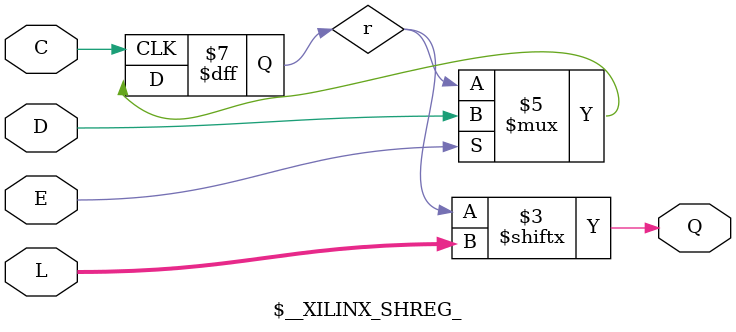
<source format=v>
module xilinx_srl_static_test(input i, clk, output [1:0] q);
reg head = 1'b0;
reg [3:0] shift1 = 4'b0000;
reg [3:0] shift2 = 4'b0000;

always @(posedge clk) begin
    head <= i;
    shift1 <= {shift1[2:0], head};
    shift2 <= {shift2[2:0], head};
end

assign q = {shift2[3], shift1[3]};
endmodule

module xilinx_srl_variable_test(input i, clk, input [1:0] l1, l2, output [1:0] q);
reg head = 1'b0;
reg [3:0] shift1 = 4'b0000;
reg [3:0] shift2 = 4'b0000;

always @(posedge clk) begin
    head <= i;
    shift1 <= {shift1[2:0], head};
    shift2 <= {shift2[2:0], head};
end

assign q = {shift2[l2], shift1[l1]};
endmodule

module $__XILINX_SHREG_(input C, D, E, input [1:0] L, output Q);
parameter CLKPOL = 1;
parameter ENPOL = 1;
parameter DEPTH = 1;
parameter [DEPTH-1:0] INIT = {DEPTH{1'b0}};
reg [DEPTH-1:0] r = INIT;
wire clk = C ^ CLKPOL;
always @(posedge C)
    if (E) 
        r <= { r[DEPTH-2:0], D };
assign Q = r[L];
endmodule

</source>
